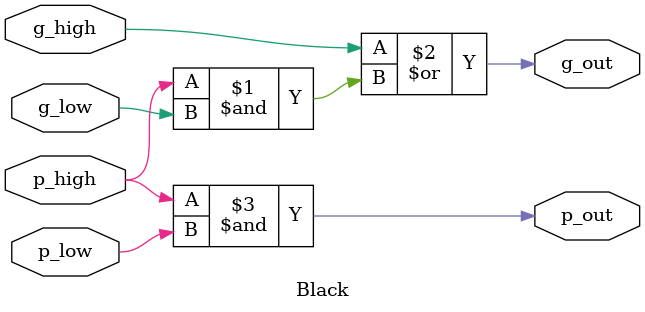
<source format=v>
module Black(input g_high, p_high, g_low, p_low,
                 output g_out, p_out);
    assign g_out = g_high | (p_high & g_low);
    assign p_out = p_high & p_low;
endmodule
</source>
